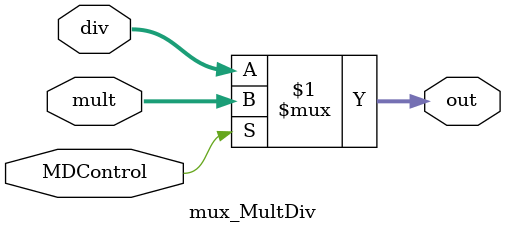
<source format=v>
module mux_MultDiv (
    input wire MDControl,
	input wire [31:0] mult,
	input wire [31:0] div,
	output wire [31:0] out
);

	assign out = (MDControl) ? mult : div;
    
endmodule 
</source>
